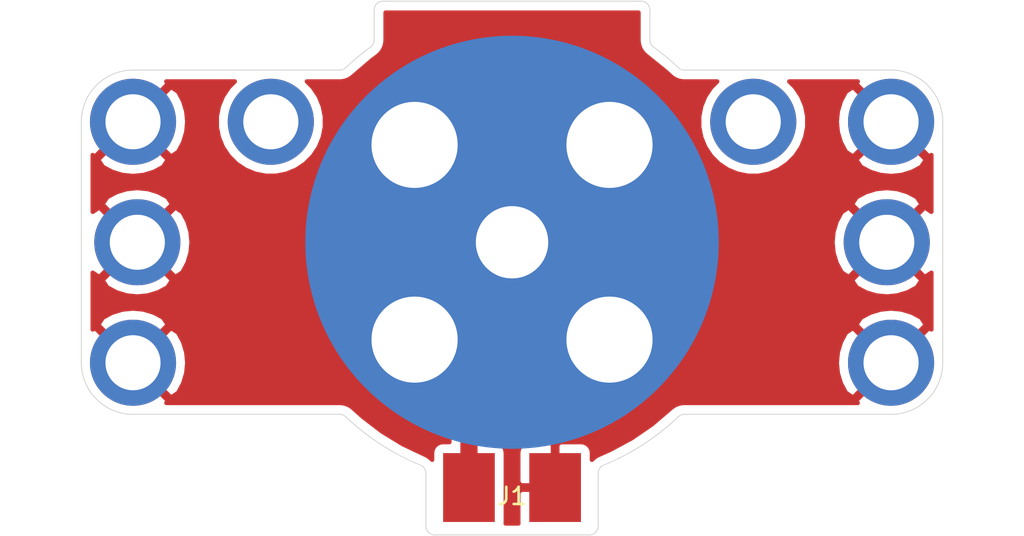
<source format=kicad_pcb>
(kicad_pcb (version 20171130) (host pcbnew 5.1.9+dfsg1-1)

  (general
    (thickness 1.6)
    (drawings 58)
    (tracks 3)
    (zones 0)
    (modules 10)
    (nets 5)
  )

  (page A4)
  (layers
    (0 F.Cu signal)
    (31 B.Cu signal)
    (32 B.Adhes user)
    (33 F.Adhes user)
    (34 B.Paste user)
    (35 F.Paste user)
    (36 B.SilkS user)
    (37 F.SilkS user)
    (38 B.Mask user)
    (39 F.Mask user)
    (40 Dwgs.User user)
    (41 Cmts.User user)
    (42 Eco1.User user)
    (43 Eco2.User user)
    (44 Edge.Cuts user)
    (45 Margin user)
    (46 B.CrtYd user)
    (47 F.CrtYd user)
    (48 B.Fab user)
    (49 F.Fab user)
  )

  (setup
    (last_trace_width 1)
    (user_trace_width 1)
    (trace_clearance 0.2)
    (zone_clearance 0.508)
    (zone_45_only no)
    (trace_min 0.2)
    (via_size 0.8)
    (via_drill 0.4)
    (via_min_size 0.4)
    (via_min_drill 0.3)
    (uvia_size 0.3)
    (uvia_drill 0.1)
    (uvias_allowed no)
    (uvia_min_size 0.2)
    (uvia_min_drill 0.1)
    (edge_width 0.05)
    (segment_width 0.2)
    (pcb_text_width 0.3)
    (pcb_text_size 1.5 1.5)
    (mod_edge_width 0.12)
    (mod_text_size 1 1)
    (mod_text_width 0.15)
    (pad_size 1.524 1.524)
    (pad_drill 0.762)
    (pad_to_mask_clearance 0)
    (aux_axis_origin 0 0)
    (visible_elements FFFFFF7F)
    (pcbplotparams
      (layerselection 0x010fc_ffffffff)
      (usegerberextensions true)
      (usegerberattributes false)
      (usegerberadvancedattributes false)
      (creategerberjobfile false)
      (excludeedgelayer true)
      (linewidth 0.100000)
      (plotframeref false)
      (viasonmask false)
      (mode 1)
      (useauxorigin false)
      (hpglpennumber 1)
      (hpglpenspeed 20)
      (hpglpendiameter 15.000000)
      (psnegative false)
      (psa4output false)
      (plotreference true)
      (plotvalue false)
      (plotinvisibletext false)
      (padsonsilk false)
      (subtractmaskfromsilk true)
      (outputformat 1)
      (mirror false)
      (drillshape 0)
      (scaleselection 1)
      (outputdirectory "top-geber/"))
  )

  (net 0 "")
  (net 1 "Net-(J1-Pad1)")
  (net 2 "Net-(J1-Pad2)")
  (net 3 "Net-(J8-Pad1)")
  (net 4 "Net-(J9-Pad1)")

  (net_class Default "This is the default net class."
    (clearance 0.2)
    (trace_width 0.25)
    (via_dia 0.8)
    (via_drill 0.4)
    (uvia_dia 0.3)
    (uvia_drill 0.1)
    (add_net "Net-(J1-Pad1)")
    (add_net "Net-(J1-Pad2)")
    (add_net "Net-(J8-Pad1)")
    (add_net "Net-(J9-Pad1)")
  )

  (module custom-footprints:chaiss-solder-pad (layer F.Cu) (tedit 6408133A) (tstamp 64086EFD)
    (at 175 124.25)
    (path /64089DF0)
    (fp_text reference J1 (at 0 0.5) (layer F.SilkS)
      (effects (font (size 1 1) (thickness 0.15)))
    )
    (fp_text value Conn_01x02_Female (at 0 -0.5) (layer F.Fab)
      (effects (font (size 1 1) (thickness 0.15)))
    )
    (pad 1 smd rect (at -2.5 0) (size 3 4) (layers F.Cu F.Paste F.Mask)
      (net 1 "Net-(J1-Pad1)"))
    (pad 2 smd rect (at 2.5 0) (size 3 4) (layers F.Cu F.Paste F.Mask)
      (net 2 "Net-(J1-Pad2)"))
  )

  (module custom-footprints:chaiss_m3_mounting_hole (layer F.Cu) (tedit 6407F64F) (tstamp 64086F02)
    (at 153 117)
    (path /64085807)
    (fp_text reference J2 (at 0 0.5) (layer F.SilkS)
      (effects (font (size 1 1) (thickness 0.15)))
    )
    (fp_text value Conn_01x01_Female (at 0 -0.5) (layer F.Fab)
      (effects (font (size 1 1) (thickness 0.15)))
    )
    (pad 1 thru_hole circle (at 0 0) (size 5 5) (drill 3.2) (layers *.Cu *.Mask)
      (net 2 "Net-(J1-Pad2)"))
  )

  (module custom-footprints:chaiss_m3_mounting_hole (layer F.Cu) (tedit 6407F64F) (tstamp 64086F07)
    (at 197 117)
    (path /64085CDA)
    (fp_text reference J3 (at 0 0.5) (layer F.SilkS)
      (effects (font (size 1 1) (thickness 0.15)))
    )
    (fp_text value Conn_01x01_Female (at 0 -0.5) (layer F.Fab)
      (effects (font (size 1 1) (thickness 0.15)))
    )
    (pad 1 thru_hole circle (at 0 0) (size 5 5) (drill 3.2) (layers *.Cu *.Mask)
      (net 2 "Net-(J1-Pad2)"))
  )

  (module custom-footprints:chaiss_m3_mounting_hole (layer F.Cu) (tedit 6407F64F) (tstamp 64086F0C)
    (at 153.25 110)
    (path /64085EEA)
    (fp_text reference J4 (at 0 0.5) (layer F.SilkS)
      (effects (font (size 1 1) (thickness 0.15)))
    )
    (fp_text value Conn_01x01_Female (at 0 -0.5) (layer F.Fab)
      (effects (font (size 1 1) (thickness 0.15)))
    )
    (pad 1 thru_hole circle (at 0 0) (size 5 5) (drill 3.2) (layers *.Cu *.Mask)
      (net 2 "Net-(J1-Pad2)"))
  )

  (module custom-footprints:chaiss_m3_mounting_hole (layer F.Cu) (tedit 6407F64F) (tstamp 64086F11)
    (at 197 103)
    (path /640860F7)
    (fp_text reference J5 (at 0 0.5) (layer F.SilkS)
      (effects (font (size 1 1) (thickness 0.15)))
    )
    (fp_text value Conn_01x01_Female (at 0 -0.5) (layer F.Fab)
      (effects (font (size 1 1) (thickness 0.15)))
    )
    (pad 1 thru_hole circle (at 0 0) (size 5 5) (drill 3.2) (layers *.Cu *.Mask)
      (net 2 "Net-(J1-Pad2)"))
  )

  (module custom-footprints:chaiss_m3_mounting_hole (layer F.Cu) (tedit 6407F64F) (tstamp 64086F16)
    (at 196.75 110)
    (path /64086370)
    (fp_text reference J6 (at 0 0.5) (layer F.SilkS)
      (effects (font (size 1 1) (thickness 0.15)))
    )
    (fp_text value Conn_01x01_Female (at 0 -0.5) (layer F.Fab)
      (effects (font (size 1 1) (thickness 0.15)))
    )
    (pad 1 thru_hole circle (at 0 0) (size 5 5) (drill 3.2) (layers *.Cu *.Mask)
      (net 2 "Net-(J1-Pad2)"))
  )

  (module custom-footprints:chaiss_m3_mounting_hole (layer F.Cu) (tedit 6407F64F) (tstamp 64086F1B)
    (at 153 103)
    (path /64086795)
    (fp_text reference J7 (at 0 0.5) (layer F.SilkS)
      (effects (font (size 1 1) (thickness 0.15)))
    )
    (fp_text value Conn_01x01_Female (at 0 -0.5) (layer F.Fab)
      (effects (font (size 1 1) (thickness 0.15)))
    )
    (pad 1 thru_hole circle (at 0 0) (size 5 5) (drill 3.2) (layers *.Cu *.Mask)
      (net 2 "Net-(J1-Pad2)"))
  )

  (module custom-footprints:chaiss_m3_mounting_hole (layer F.Cu) (tedit 6407F64F) (tstamp 64086F20)
    (at 161 103)
    (path /64086E07)
    (fp_text reference J8 (at 0 0.5) (layer F.SilkS)
      (effects (font (size 1 1) (thickness 0.15)))
    )
    (fp_text value Conn_01x01_Female (at 0 -0.5) (layer F.Fab)
      (effects (font (size 1 1) (thickness 0.15)))
    )
    (pad 1 thru_hole circle (at 0 0) (size 5 5) (drill 3.2) (layers *.Cu *.Mask)
      (net 3 "Net-(J8-Pad1)"))
  )

  (module custom-footprints:chaiss_m3_mounting_hole (layer F.Cu) (tedit 6407F64F) (tstamp 64086F25)
    (at 189 103)
    (path /640878D9)
    (fp_text reference J9 (at 0 0.5) (layer F.SilkS)
      (effects (font (size 1 1) (thickness 0.15)))
    )
    (fp_text value Conn_01x01_Female (at 0 -0.5) (layer F.Fab)
      (effects (font (size 1 1) (thickness 0.15)))
    )
    (pad 1 thru_hole circle (at 0 0) (size 5 5) (drill 3.2) (layers *.Cu *.Mask)
      (net 4 "Net-(J9-Pad1)"))
  )

  (module custom-footprints:chaiss-dragon-top (layer F.Cu) (tedit 64081CD7) (tstamp 64087ADE)
    (at 175 110 45)
    (path /64087BFB)
    (fp_text reference J10 (at 0 0.5 45) (layer F.SilkS)
      (effects (font (size 1 1) (thickness 0.15)))
    )
    (fp_text value Conn_01x01_Female (at 0 -0.5 45) (layer F.Fab)
      (effects (font (size 1 1) (thickness 0.15)))
    )
    (fp_line (start 0 8) (end 8 8) (layer Dwgs.User) (width 0.12))
    (fp_line (start 8 8) (end 8 -8) (layer Dwgs.User) (width 0.12))
    (fp_line (start 8 -8) (end -8 -8) (layer Dwgs.User) (width 0.12))
    (fp_line (start -8 -8) (end -8 8) (layer Dwgs.User) (width 0.12))
    (fp_line (start -8 8) (end 0 8) (layer Dwgs.User) (width 0.12))
    (pad 1 smd circle (at 0 0 45) (size 24 24) (layers B.Cu B.Paste B.Mask)
      (net 1 "Net-(J1-Pad1)"))
    (pad 1 thru_hole circle (at 0 -8 45) (size 6 6) (drill 5) (layers *.Cu *.Mask)
      (net 1 "Net-(J1-Pad1)"))
    (pad 1 thru_hole circle (at 8 0 45) (size 6 6) (drill 5) (layers *.Cu *.Mask)
      (net 1 "Net-(J1-Pad1)"))
    (pad 1 thru_hole circle (at 0 8 45) (size 6 6) (drill 5) (layers *.Cu *.Mask)
      (net 1 "Net-(J1-Pad1)"))
    (pad 1 thru_hole circle (at -8 0 45) (size 6 6) (drill 5) (layers *.Cu *.Mask)
      (net 1 "Net-(J1-Pad1)"))
    (pad 1 thru_hole circle (at 0 0 45) (size 5 5) (drill 4.2) (layers *.Cu *.Mask)
      (net 1 "Net-(J1-Pad1)"))
  )

  (gr_line (start 150 127) (end 150 120) (layer Dwgs.User) (width 0.15) (tstamp 640873B6))
  (gr_line (start 200 127) (end 150 127) (layer Dwgs.User) (width 0.15))
  (gr_line (start 200 120) (end 200 127) (layer Dwgs.User) (width 0.15))
  (gr_line (start 200 96) (end 200 100) (layer Dwgs.User) (width 0.15) (tstamp 640873B5))
  (gr_line (start 150 96) (end 200 96) (layer Dwgs.User) (width 0.15))
  (gr_line (start 150 100) (end 150 96) (layer Dwgs.User) (width 0.15))
  (gr_line (start 189 103) (end 189 100) (layer Dwgs.User) (width 0.15))
  (gr_line (start 200 103) (end 189 103) (layer Dwgs.User) (width 0.15))
  (gr_line (start 161 103) (end 161 100) (layer Dwgs.User) (width 0.15))
  (gr_line (start 150 103) (end 161 103) (layer Dwgs.User) (width 0.15))
  (gr_line (start 150 117) (end 161 117) (layer Dwgs.User) (width 0.15))
  (gr_arc (start 165 99.49734) (end 165 99.99734) (angle -43.60281898) (layer Edge.Cuts) (width 0.05))
  (gr_arc (start 179.5 126.49734) (end 179.5 126.99734) (angle -90) (layer Edge.Cuts) (width 0.05))
  (gr_line (start 170.5 126.99734) (end 179.5 126.99734) (layer Edge.Cuts) (width 0.05))
  (gr_arc (start 169.5 123.413748) (end 170 123.413748) (angle -67.70902964) (layer Edge.Cuts) (width 0.05))
  (gr_line (start 197 99.99734) (end 185 99.99734) (layer Edge.Cuts) (width 0.05))
  (gr_arc (start 167.5 96.49734) (end 167.5 95.99734) (angle -90) (layer Edge.Cuts) (width 0.05))
  (gr_line (start 167 96.49734) (end 167 98.25) (layer Edge.Cuts) (width 0.05))
  (gr_line (start 153 119.99734) (end 165 119.99734) (layer Edge.Cuts) (width 0.05))
  (gr_line (start 170 123.413748) (end 170 126.49734) (layer Edge.Cuts) (width 0.05))
  (gr_line (start 183 98.25) (end 183 96.49734) (layer Edge.Cuts) (width 0.05))
  (gr_arc (start 153 102.99734) (end 153 99.99734) (angle -89.99999987) (layer Edge.Cuts) (width 0.05))
  (gr_arc (start 175 109.99734) (end 184.655172 99.859409) (angle -7.714521519) (layer Edge.Cuts) (width 0.05))
  (gr_arc (start 175 109.99734) (end 166.793104 98.655081) (angle -7.714521447) (layer Edge.Cuts) (width 0.05))
  (gr_line (start 165 99.99734) (end 153 99.99734) (layer Edge.Cuts) (width 0.05))
  (gr_arc (start 170.5 126.49734) (end 170 126.49734) (angle -90) (layer Edge.Cuts) (width 0.05))
  (gr_line (start 150 102.99734) (end 150 116.99734) (layer Edge.Cuts) (width 0.05))
  (gr_line (start 180 126.49734) (end 180 123.413748) (layer Edge.Cuts) (width 0.05))
  (gr_line (start 182.5 95.99734) (end 167.5 95.99734) (layer Edge.Cuts) (width 0.05))
  (gr_arc (start 166.5 98.25) (end 166.793104 98.655081) (angle -54.11170246) (layer Edge.Cuts) (width 0.05))
  (gr_line (start 185 119.99734) (end 197 119.99734) (layer Edge.Cuts) (width 0.05))
  (gr_arc (start 175 109.99734) (end 180.310344 122.951113) (angle -21.31184863) (layer Edge.Cuts) (width 0.05))
  (gr_arc (start 197 116.99734) (end 197 119.99734) (angle -90.00000013) (layer Edge.Cuts) (width 0.05))
  (gr_arc (start 185 120.49734) (end 185 119.99734) (angle -43.60281898) (layer Edge.Cuts) (width 0.05))
  (gr_arc (start 180.5 123.413748) (end 180.310344 122.951113) (angle -67.70902964) (layer Edge.Cuts) (width 0.05))
  (gr_arc (start 185 99.49734) (end 184.655172 99.859409) (angle -43.60281898) (layer Edge.Cuts) (width 0.05))
  (gr_line (start 200 116.99734) (end 200 102.99734) (layer Edge.Cuts) (width 0.05))
  (gr_arc (start 182.5 96.49734) (end 183 96.49734) (angle -90) (layer Edge.Cuts) (width 0.05))
  (gr_arc (start 165 120.49734) (end 165.344828 120.135271) (angle -43.60281898) (layer Edge.Cuts) (width 0.05))
  (gr_arc (start 175 109.99734) (end 165.344828 120.135271) (angle -21.31184863) (layer Edge.Cuts) (width 0.05))
  (gr_arc (start 153 116.99734) (end 150 116.99734) (angle -90.00000013) (layer Edge.Cuts) (width 0.05))
  (gr_arc (start 197 102.99734) (end 200 102.99734) (angle -89.99999987) (layer Edge.Cuts) (width 0.05))
  (gr_arc (start 183.5 98.25) (end 183 98.25) (angle -54.11170253) (layer Edge.Cuts) (width 0.05))
  (gr_line (start 153.25 110) (end 153.25 103) (layer Dwgs.User) (width 0.15))
  (gr_line (start 196.75 110) (end 196.75 117) (layer Dwgs.User) (width 0.15))
  (gr_line (start 197 110) (end 196.75 110) (layer Dwgs.User) (width 0.15))
  (gr_line (start 197 100) (end 197 120) (layer Dwgs.User) (width 0.15))
  (gr_line (start 153 100) (end 153 120) (layer Dwgs.User) (width 0.15))
  (gr_line (start 200 117) (end 150 117) (layer Dwgs.User) (width 0.15))
  (gr_line (start 150 103) (end 200 103) (layer Dwgs.User) (width 0.15))
  (gr_line (start 175 110) (end 175 120) (layer Dwgs.User) (width 0.15))
  (gr_line (start 175 110) (end 175 100) (layer Dwgs.User) (width 0.15))
  (gr_line (start 200 110) (end 175 110) (layer Dwgs.User) (width 0.15))
  (gr_line (start 150 110) (end 200 110) (layer Dwgs.User) (width 0.15))
  (gr_line (start 150 120) (end 150 100) (layer Dwgs.User) (width 0.15) (tstamp 64086FCE))
  (gr_line (start 200 120) (end 150 120) (layer Dwgs.User) (width 0.15))
  (gr_line (start 200 100) (end 200 120) (layer Dwgs.User) (width 0.15))
  (gr_line (start 150 100) (end 200 100) (layer Dwgs.User) (width 0.15))

  (segment (start 172.5 119.5) (end 172.5 124.25) (width 1) (layer F.Cu) (net 1))
  (segment (start 175 117) (end 172.5 119.5) (width 1) (layer F.Cu) (net 1))
  (segment (start 175 110) (end 175 117) (width 1) (layer F.Cu) (net 1))

  (zone (net 2) (net_name "Net-(J1-Pad2)") (layer F.Cu) (tstamp 64087B61) (hatch edge 0.508)
    (connect_pads (clearance 0.508))
    (min_thickness 0.254)
    (fill yes (arc_segments 32) (thermal_gap 0.508) (thermal_bridge_width 0.508))
    (polygon
      (pts
        (xy 200 127) (xy 150 127) (xy 150 96) (xy 200 96)
      )
    )
    (filled_polygon
      (pts
        (xy 182.34 98.282418) (xy 182.342628 98.309103) (xy 182.348767 98.384478) (xy 182.358452 98.438004) (xy 182.366506 98.491819)
        (xy 182.368815 98.50074) (xy 182.393926 98.595037) (xy 182.414879 98.651044) (xy 182.435062 98.707377) (xy 182.43906 98.715679)
        (xy 182.482008 98.803302) (xy 182.513443 98.854175) (xy 182.544181 98.905513) (xy 182.549716 98.912881) (xy 182.608866 98.990494)
        (xy 182.649591 99.034301) (xy 182.689713 99.078687) (xy 182.696573 99.084839) (xy 182.769672 99.149484) (xy 182.771092 99.150511)
        (xy 182.792097 99.168444) (xy 183.933625 100.090802) (xy 184.206778 100.343706) (xy 184.229113 100.362278) (xy 184.236236 100.369402)
        (xy 184.243398 100.375202) (xy 184.31153 100.429594) (xy 184.358827 100.46031) (xy 184.40535 100.492165) (xy 184.413456 100.496548)
        (xy 184.499617 100.54236) (xy 184.554909 100.565149) (xy 184.609898 100.588718) (xy 184.618701 100.591443) (xy 184.712119 100.619648)
        (xy 184.770826 100.631273) (xy 184.829316 100.643705) (xy 184.83847 100.644667) (xy 184.838476 100.644668) (xy 184.838481 100.644668)
        (xy 184.935598 100.65419) (xy 184.967581 100.65734) (xy 186.9091 100.65734) (xy 186.564886 101.001554) (xy 186.221799 101.515021)
        (xy 185.985476 102.085554) (xy 185.865 102.691229) (xy 185.865 103.308771) (xy 185.985476 103.914446) (xy 186.221799 104.484979)
        (xy 186.564886 104.998446) (xy 187.001554 105.435114) (xy 187.515021 105.778201) (xy 188.085554 106.014524) (xy 188.691229 106.135)
        (xy 189.308771 106.135) (xy 189.914446 106.014524) (xy 190.484979 105.778201) (xy 190.998446 105.435114) (xy 191.230412 105.203148)
        (xy 194.976457 105.203148) (xy 195.252627 105.621118) (xy 195.797557 105.911649) (xy 196.388696 106.090287) (xy 197.003328 106.150168)
        (xy 197.617831 106.08899) (xy 198.208592 105.909103) (xy 198.747373 105.621118) (xy 199.023543 105.203148) (xy 197 103.179605)
        (xy 194.976457 105.203148) (xy 191.230412 105.203148) (xy 191.435114 104.998446) (xy 191.778201 104.484979) (xy 192.014524 103.914446)
        (xy 192.135 103.308771) (xy 192.135 103.003328) (xy 193.849832 103.003328) (xy 193.91101 103.617831) (xy 194.090897 104.208592)
        (xy 194.378882 104.747373) (xy 194.796852 105.023543) (xy 196.820395 103) (xy 194.796852 100.976457) (xy 194.378882 101.252627)
        (xy 194.088351 101.797557) (xy 193.909713 102.388696) (xy 193.849832 103.003328) (xy 192.135 103.003328) (xy 192.135 102.691229)
        (xy 192.014524 102.085554) (xy 191.778201 101.515021) (xy 191.435114 101.001554) (xy 191.0909 100.65734) (xy 195.068638 100.65734)
        (xy 194.976457 100.796852) (xy 197 102.820395) (xy 197.014143 102.806253) (xy 197.193748 102.985858) (xy 197.179605 103)
        (xy 199.203148 105.023543) (xy 199.340001 104.933119) (xy 199.340001 108.232066) (xy 198.953148 107.976457) (xy 196.929605 110)
        (xy 198.953148 112.023543) (xy 199.34 111.767934) (xy 199.34 115.066881) (xy 199.203148 114.976457) (xy 197.179605 117)
        (xy 197.193748 117.014143) (xy 197.014143 117.193748) (xy 197 117.179605) (xy 194.976457 119.203148) (xy 195.065123 119.33734)
        (xy 184.967581 119.33734) (xy 184.938885 119.340166) (xy 184.855615 119.347453) (xy 184.800198 119.357825) (xy 184.744523 119.366845)
        (xy 184.73563 119.369262) (xy 184.641643 119.395509) (xy 184.58589 119.417138) (xy 184.529811 119.437996) (xy 184.521557 119.442094)
        (xy 184.434458 119.486096) (xy 184.383946 119.518155) (xy 184.333002 119.5495) (xy 184.325701 119.555123) (xy 184.248808 119.615206)
        (xy 184.24754 119.616414) (xy 184.226074 119.633798) (xy 183.120826 120.579532) (xy 181.950338 121.382567) (xy 180.693306 122.060905)
        (xy 180.044037 122.347225) (xy 180.013755 122.362552) (xy 180.000465 122.367922) (xy 179.992329 122.372248) (xy 179.90649 122.418661)
        (xy 179.856912 122.452102) (xy 179.806842 122.484867) (xy 179.799701 122.490691) (xy 179.724512 122.552893) (xy 179.682351 122.595349)
        (xy 179.639621 122.637194) (xy 179.637373 122.639911) (xy 179.638072 122.25) (xy 179.625812 122.125518) (xy 179.589502 122.00582)
        (xy 179.530537 121.895506) (xy 179.451185 121.798815) (xy 179.354494 121.719463) (xy 179.24418 121.660498) (xy 179.124482 121.624188)
        (xy 179 121.611928) (xy 177.78575 121.615) (xy 177.627 121.77375) (xy 177.627 124.123) (xy 177.647 124.123)
        (xy 177.647 124.377) (xy 177.627 124.377) (xy 177.627 124.397) (xy 177.373 124.397) (xy 177.373 124.377)
        (xy 175.52375 124.377) (xy 175.365 124.53575) (xy 175.361928 126.25) (xy 175.37053 126.33734) (xy 174.62947 126.33734)
        (xy 174.638072 126.25) (xy 174.638072 122.25) (xy 175.361928 122.25) (xy 175.365 123.96425) (xy 175.52375 124.123)
        (xy 177.373 124.123) (xy 177.373 121.77375) (xy 177.21425 121.615) (xy 176 121.611928) (xy 175.875518 121.624188)
        (xy 175.75582 121.660498) (xy 175.645506 121.719463) (xy 175.548815 121.798815) (xy 175.469463 121.895506) (xy 175.410498 122.00582)
        (xy 175.374188 122.125518) (xy 175.361928 122.25) (xy 174.638072 122.25) (xy 174.625812 122.125518) (xy 174.589502 122.00582)
        (xy 174.530537 121.895506) (xy 174.451185 121.798815) (xy 174.354494 121.719463) (xy 174.24418 121.660498) (xy 174.124482 121.624188)
        (xy 174 121.611928) (xy 173.635 121.611928) (xy 173.635 119.970131) (xy 175.763141 117.841991) (xy 175.806449 117.806449)
        (xy 175.948284 117.633623) (xy 176.053676 117.436447) (xy 176.118577 117.222499) (xy 176.135 117.055752) (xy 176.140491 117)
        (xy 176.135 116.944249) (xy 176.135 115.298838) (xy 177.021854 115.298838) (xy 177.021854 116.01487) (xy 177.161545 116.717144)
        (xy 177.435559 117.378672) (xy 177.833365 117.974031) (xy 178.339677 118.480343) (xy 178.935036 118.878149) (xy 179.596564 119.152163)
        (xy 180.298838 119.291854) (xy 181.01487 119.291854) (xy 181.717144 119.152163) (xy 182.378672 118.878149) (xy 182.974031 118.480343)
        (xy 183.480343 117.974031) (xy 183.878149 117.378672) (xy 184.033621 117.003328) (xy 193.849832 117.003328) (xy 193.91101 117.617831)
        (xy 194.090897 118.208592) (xy 194.378882 118.747373) (xy 194.796852 119.023543) (xy 196.820395 117) (xy 194.796852 114.976457)
        (xy 194.378882 115.252627) (xy 194.088351 115.797557) (xy 193.909713 116.388696) (xy 193.849832 117.003328) (xy 184.033621 117.003328)
        (xy 184.152163 116.717144) (xy 184.291854 116.01487) (xy 184.291854 115.298838) (xy 184.192003 114.796852) (xy 194.976457 114.796852)
        (xy 197 116.820395) (xy 199.023543 114.796852) (xy 198.747373 114.378882) (xy 198.202443 114.088351) (xy 197.611304 113.909713)
        (xy 196.996672 113.849832) (xy 196.382169 113.91101) (xy 195.791408 114.090897) (xy 195.252627 114.378882) (xy 194.976457 114.796852)
        (xy 184.192003 114.796852) (xy 184.152163 114.596564) (xy 183.878149 113.935036) (xy 183.480343 113.339677) (xy 182.974031 112.833365)
        (xy 182.378672 112.435559) (xy 181.817583 112.203148) (xy 194.726457 112.203148) (xy 195.002627 112.621118) (xy 195.547557 112.911649)
        (xy 196.138696 113.090287) (xy 196.753328 113.150168) (xy 197.367831 113.08899) (xy 197.958592 112.909103) (xy 198.497373 112.621118)
        (xy 198.773543 112.203148) (xy 196.75 110.179605) (xy 194.726457 112.203148) (xy 181.817583 112.203148) (xy 181.717144 112.161545)
        (xy 181.01487 112.021854) (xy 180.298838 112.021854) (xy 179.596564 112.161545) (xy 178.935036 112.435559) (xy 178.339677 112.833365)
        (xy 177.833365 113.339677) (xy 177.435559 113.935036) (xy 177.161545 114.596564) (xy 177.021854 115.298838) (xy 176.135 115.298838)
        (xy 176.135 112.923167) (xy 176.484979 112.778201) (xy 176.998446 112.435114) (xy 177.435114 111.998446) (xy 177.778201 111.484979)
        (xy 178.014524 110.914446) (xy 178.135 110.308771) (xy 178.135 110.003328) (xy 193.599832 110.003328) (xy 193.66101 110.617831)
        (xy 193.840897 111.208592) (xy 194.128882 111.747373) (xy 194.546852 112.023543) (xy 196.570395 110) (xy 194.546852 107.976457)
        (xy 194.128882 108.252627) (xy 193.838351 108.797557) (xy 193.659713 109.388696) (xy 193.599832 110.003328) (xy 178.135 110.003328)
        (xy 178.135 109.691229) (xy 178.014524 109.085554) (xy 177.778201 108.515021) (xy 177.435114 108.001554) (xy 176.998446 107.564886)
        (xy 176.484979 107.221799) (xy 175.914446 106.985476) (xy 175.308771 106.865) (xy 174.691229 106.865) (xy 174.085554 106.985476)
        (xy 173.515021 107.221799) (xy 173.001554 107.564886) (xy 172.564886 108.001554) (xy 172.221799 108.515021) (xy 171.985476 109.085554)
        (xy 171.865 109.691229) (xy 171.865 110.308771) (xy 171.985476 110.914446) (xy 172.221799 111.484979) (xy 172.564886 111.998446)
        (xy 173.001554 112.435114) (xy 173.515021 112.778201) (xy 173.865 112.923168) (xy 173.865001 116.529867) (xy 171.736865 118.658004)
        (xy 171.693551 118.693551) (xy 171.551716 118.866377) (xy 171.446325 119.063553) (xy 171.446324 119.063554) (xy 171.381423 119.277502)
        (xy 171.359509 119.5) (xy 171.365 119.555752) (xy 171.365 121.611928) (xy 171 121.611928) (xy 170.875518 121.624188)
        (xy 170.75582 121.660498) (xy 170.645506 121.719463) (xy 170.548815 121.798815) (xy 170.469463 121.895506) (xy 170.410498 122.00582)
        (xy 170.374188 122.125518) (xy 170.361928 122.25) (xy 170.361928 122.639696) (xy 170.359376 122.636623) (xy 170.316842 122.594546)
        (xy 170.274923 122.551901) (xy 170.267811 122.546041) (xy 170.267806 122.546037) (xy 170.267803 122.546034) (xy 170.2678 122.546032)
        (xy 170.192073 122.484509) (xy 170.142165 122.451486) (xy 170.092756 122.417793) (xy 170.084642 122.413425) (xy 169.998394 122.367777)
        (xy 169.996764 122.367109) (xy 169.972139 122.35462) (xy 168.657469 121.732027) (xy 167.446399 120.991598) (xy 166.313808 120.121243)
        (xy 165.787283 119.645543) (xy 165.770052 119.631566) (xy 165.763764 119.625278) (xy 165.756602 119.619479) (xy 165.68847 119.565086)
        (xy 165.641181 119.534374) (xy 165.59465 119.502514) (xy 165.586544 119.498132) (xy 165.500383 119.45232) (xy 165.445091 119.429531)
        (xy 165.390102 119.405962) (xy 165.381299 119.403237) (xy 165.287881 119.375032) (xy 165.229174 119.363407) (xy 165.170684 119.350975)
        (xy 165.16153 119.350013) (xy 165.161524 119.350012) (xy 165.161519 119.350012) (xy 165.064402 119.34049) (xy 165.032419 119.33734)
        (xy 154.934877 119.33734) (xy 155.023543 119.203148) (xy 153 117.179605) (xy 152.985858 117.193748) (xy 152.806253 117.014143)
        (xy 152.820395 117) (xy 153.179605 117) (xy 155.203148 119.023543) (xy 155.621118 118.747373) (xy 155.911649 118.202443)
        (xy 156.090287 117.611304) (xy 156.150168 116.996672) (xy 156.08899 116.382169) (xy 155.909103 115.791408) (xy 155.645819 115.298838)
        (xy 165.708146 115.298838) (xy 165.708146 116.01487) (xy 165.847837 116.717144) (xy 166.121851 117.378672) (xy 166.519657 117.974031)
        (xy 167.025969 118.480343) (xy 167.621328 118.878149) (xy 168.282856 119.152163) (xy 168.98513 119.291854) (xy 169.701162 119.291854)
        (xy 170.403436 119.152163) (xy 171.064964 118.878149) (xy 171.660323 118.480343) (xy 172.166635 117.974031) (xy 172.564441 117.378672)
        (xy 172.838455 116.717144) (xy 172.978146 116.01487) (xy 172.978146 115.298838) (xy 172.838455 114.596564) (xy 172.564441 113.935036)
        (xy 172.166635 113.339677) (xy 171.660323 112.833365) (xy 171.064964 112.435559) (xy 170.403436 112.161545) (xy 169.701162 112.021854)
        (xy 168.98513 112.021854) (xy 168.282856 112.161545) (xy 167.621328 112.435559) (xy 167.025969 112.833365) (xy 166.519657 113.339677)
        (xy 166.121851 113.935036) (xy 165.847837 114.596564) (xy 165.708146 115.298838) (xy 155.645819 115.298838) (xy 155.621118 115.252627)
        (xy 155.203148 114.976457) (xy 153.179605 117) (xy 152.820395 117) (xy 150.796852 114.976457) (xy 150.66 115.066881)
        (xy 150.66 114.796852) (xy 150.976457 114.796852) (xy 153 116.820395) (xy 155.023543 114.796852) (xy 154.747373 114.378882)
        (xy 154.202443 114.088351) (xy 153.611304 113.909713) (xy 152.996672 113.849832) (xy 152.382169 113.91101) (xy 151.791408 114.090897)
        (xy 151.252627 114.378882) (xy 150.976457 114.796852) (xy 150.66 114.796852) (xy 150.66 112.203148) (xy 151.226457 112.203148)
        (xy 151.502627 112.621118) (xy 152.047557 112.911649) (xy 152.638696 113.090287) (xy 153.253328 113.150168) (xy 153.867831 113.08899)
        (xy 154.458592 112.909103) (xy 154.997373 112.621118) (xy 155.273543 112.203148) (xy 153.25 110.179605) (xy 151.226457 112.203148)
        (xy 150.66 112.203148) (xy 150.66 111.767934) (xy 151.046852 112.023543) (xy 153.070395 110) (xy 153.429605 110)
        (xy 155.453148 112.023543) (xy 155.871118 111.747373) (xy 156.161649 111.202443) (xy 156.340287 110.611304) (xy 156.400168 109.996672)
        (xy 156.33899 109.382169) (xy 156.159103 108.791408) (xy 155.871118 108.252627) (xy 155.453148 107.976457) (xy 153.429605 110)
        (xy 153.070395 110) (xy 151.046852 107.976457) (xy 150.66 108.232066) (xy 150.66 107.796852) (xy 151.226457 107.796852)
        (xy 153.25 109.820395) (xy 155.273543 107.796852) (xy 154.997373 107.378882) (xy 154.452443 107.088351) (xy 153.861304 106.909713)
        (xy 153.246672 106.849832) (xy 152.632169 106.91101) (xy 152.041408 107.090897) (xy 151.502627 107.378882) (xy 151.226457 107.796852)
        (xy 150.66 107.796852) (xy 150.66 105.203148) (xy 150.976457 105.203148) (xy 151.252627 105.621118) (xy 151.797557 105.911649)
        (xy 152.388696 106.090287) (xy 153.003328 106.150168) (xy 153.617831 106.08899) (xy 154.208592 105.909103) (xy 154.747373 105.621118)
        (xy 155.023543 105.203148) (xy 153 103.179605) (xy 150.976457 105.203148) (xy 150.66 105.203148) (xy 150.66 104.933119)
        (xy 150.796852 105.023543) (xy 152.820395 103) (xy 153.179605 103) (xy 155.203148 105.023543) (xy 155.621118 104.747373)
        (xy 155.911649 104.202443) (xy 156.090287 103.611304) (xy 156.150168 102.996672) (xy 156.08899 102.382169) (xy 155.909103 101.791408)
        (xy 155.621118 101.252627) (xy 155.203148 100.976457) (xy 153.179605 103) (xy 152.820395 103) (xy 152.806253 102.985858)
        (xy 152.985858 102.806253) (xy 153 102.820395) (xy 155.023543 100.796852) (xy 154.931362 100.65734) (xy 158.9091 100.65734)
        (xy 158.564886 101.001554) (xy 158.221799 101.515021) (xy 157.985476 102.085554) (xy 157.865 102.691229) (xy 157.865 103.308771)
        (xy 157.985476 103.914446) (xy 158.221799 104.484979) (xy 158.564886 104.998446) (xy 159.001554 105.435114) (xy 159.515021 105.778201)
        (xy 160.085554 106.014524) (xy 160.691229 106.135) (xy 161.308771 106.135) (xy 161.914446 106.014524) (xy 162.484979 105.778201)
        (xy 162.998446 105.435114) (xy 163.435114 104.998446) (xy 163.778201 104.484979) (xy 163.985245 103.98513) (xy 165.708146 103.98513)
        (xy 165.708146 104.701162) (xy 165.847837 105.403436) (xy 166.121851 106.064964) (xy 166.519657 106.660323) (xy 167.025969 107.166635)
        (xy 167.621328 107.564441) (xy 168.282856 107.838455) (xy 168.98513 107.978146) (xy 169.701162 107.978146) (xy 170.403436 107.838455)
        (xy 171.064964 107.564441) (xy 171.660323 107.166635) (xy 172.166635 106.660323) (xy 172.564441 106.064964) (xy 172.838455 105.403436)
        (xy 172.978146 104.701162) (xy 172.978146 103.98513) (xy 177.021854 103.98513) (xy 177.021854 104.701162) (xy 177.161545 105.403436)
        (xy 177.435559 106.064964) (xy 177.833365 106.660323) (xy 178.339677 107.166635) (xy 178.935036 107.564441) (xy 179.596564 107.838455)
        (xy 180.298838 107.978146) (xy 181.01487 107.978146) (xy 181.717144 107.838455) (xy 181.817582 107.796852) (xy 194.726457 107.796852)
        (xy 196.75 109.820395) (xy 198.773543 107.796852) (xy 198.497373 107.378882) (xy 197.952443 107.088351) (xy 197.361304 106.909713)
        (xy 196.746672 106.849832) (xy 196.132169 106.91101) (xy 195.541408 107.090897) (xy 195.002627 107.378882) (xy 194.726457 107.796852)
        (xy 181.817582 107.796852) (xy 182.378672 107.564441) (xy 182.974031 107.166635) (xy 183.480343 106.660323) (xy 183.878149 106.064964)
        (xy 184.152163 105.403436) (xy 184.291854 104.701162) (xy 184.291854 103.98513) (xy 184.152163 103.282856) (xy 183.878149 102.621328)
        (xy 183.480343 102.025969) (xy 182.974031 101.519657) (xy 182.378672 101.121851) (xy 181.717144 100.847837) (xy 181.01487 100.708146)
        (xy 180.298838 100.708146) (xy 179.596564 100.847837) (xy 178.935036 101.121851) (xy 178.339677 101.519657) (xy 177.833365 102.025969)
        (xy 177.435559 102.621328) (xy 177.161545 103.282856) (xy 177.021854 103.98513) (xy 172.978146 103.98513) (xy 172.838455 103.282856)
        (xy 172.564441 102.621328) (xy 172.166635 102.025969) (xy 171.660323 101.519657) (xy 171.064964 101.121851) (xy 170.403436 100.847837)
        (xy 169.701162 100.708146) (xy 168.98513 100.708146) (xy 168.282856 100.847837) (xy 167.621328 101.121851) (xy 167.025969 101.519657)
        (xy 166.519657 102.025969) (xy 166.121851 102.621328) (xy 165.847837 103.282856) (xy 165.708146 103.98513) (xy 163.985245 103.98513)
        (xy 164.014524 103.914446) (xy 164.135 103.308771) (xy 164.135 102.691229) (xy 164.014524 102.085554) (xy 163.778201 101.515021)
        (xy 163.435114 101.001554) (xy 163.0909 100.65734) (xy 165.032419 100.65734) (xy 165.061108 100.654514) (xy 165.144385 100.647227)
        (xy 165.199802 100.636855) (xy 165.255477 100.627835) (xy 165.26437 100.625418) (xy 165.358357 100.599171) (xy 165.414099 100.577546)
        (xy 165.470189 100.556684) (xy 165.478443 100.552586) (xy 165.565542 100.508584) (xy 165.616037 100.476535) (xy 165.666999 100.44518)
        (xy 165.674299 100.439556) (xy 165.751193 100.379474) (xy 165.752467 100.378261) (xy 165.773926 100.360882) (xy 166.889001 99.406739)
        (xy 167.187495 99.184284) (xy 167.207147 99.167942) (xy 167.215079 99.162563) (xy 167.222123 99.156621) (xy 167.283805 99.103858)
        (xy 167.321505 99.064623) (xy 167.360378 99.026555) (xy 167.366252 99.019454) (xy 167.427927 98.943832) (xy 167.461026 98.894013)
        (xy 167.494821 98.844658) (xy 167.499204 98.836552) (xy 167.545017 98.750392) (xy 167.567812 98.695087) (xy 167.59138 98.640101)
        (xy 167.594105 98.631298) (xy 167.62231 98.537879) (xy 167.633936 98.479164) (xy 167.646366 98.420684) (xy 167.647329 98.411519)
        (xy 167.656851 98.314402) (xy 167.656851 98.314392) (xy 167.66 98.282419) (xy 167.66 96.65734) (xy 182.340001 96.65734)
      )
    )
  )
)

</source>
